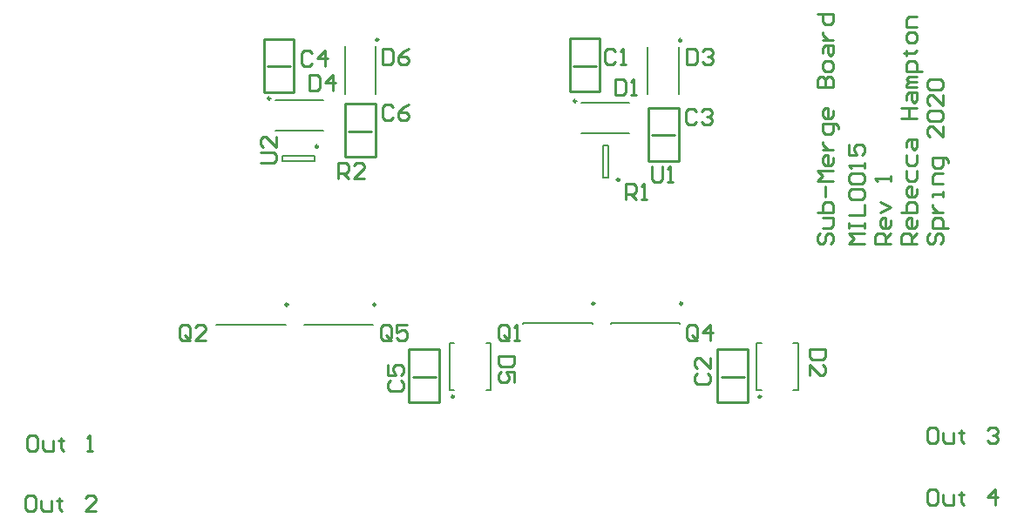
<source format=gto>
G04*
G04 #@! TF.GenerationSoftware,Altium Limited,Altium Designer,21.6.4 (81)*
G04*
G04 Layer_Color=65535*
%FSLAX25Y25*%
%MOIN*%
G70*
G04*
G04 #@! TF.SameCoordinates,725644BE-5CAA-454B-8F19-4296BE5BC7E9*
G04*
G04*
G04 #@! TF.FilePolarity,Positive*
G04*
G01*
G75*
%ADD10C,0.00984*%
%ADD11C,0.00787*%
%ADD12C,0.01000*%
D10*
X142834Y-137455D02*
G03*
X142834Y-137455I-492J0D01*
G01*
X260148Y-137000D02*
G03*
X260148Y-137000I-492J0D01*
G01*
X120839Y-76900D02*
G03*
X120839Y-76900I-492J0D01*
G01*
X236096Y-89687D02*
G03*
X236096Y-89687I-492J0D01*
G01*
X226632Y-137000D02*
G03*
X226632Y-137000I-492J0D01*
G01*
X172799Y-172658D02*
G03*
X172799Y-172658I-492J0D01*
G01*
X102604Y-58504D02*
G03*
X102604Y-58504I-492J0D01*
G01*
X219604Y-59504D02*
G03*
X219604Y-59504I-492J0D01*
G01*
X290299Y-172691D02*
G03*
X290299Y-172691I-492J0D01*
G01*
X259866Y-36240D02*
G03*
X259866Y-36240I-492J0D01*
G01*
X143940Y-35980D02*
G03*
X143940Y-35980I-492J0D01*
G01*
X109318Y-137400D02*
G03*
X109318Y-137400I-492J0D01*
G01*
D11*
X115511Y-145132D02*
Y-145034D01*
X141889D01*
Y-145132D02*
Y-145034D01*
X232825Y-144677D02*
Y-144579D01*
X259203D01*
Y-144677D02*
Y-144579D01*
X119362Y-82510D02*
Y-80542D01*
X107158Y-82510D02*
Y-80542D01*
X119362D01*
X107158Y-82510D02*
X119362D01*
X229994Y-88702D02*
Y-76498D01*
X231962Y-88702D02*
Y-76498D01*
X229994D02*
X231962D01*
X229994Y-88702D02*
X231962D01*
X199309Y-144677D02*
Y-144579D01*
X225687D01*
Y-144677D02*
Y-144579D01*
X185102Y-151989D02*
X186874D01*
X185102Y-170099D02*
X186874D01*
X171126Y-151989D02*
X172898D01*
X171126Y-170099D02*
X172898D01*
X186874D02*
Y-151989D01*
X171126Y-170099D02*
Y-151989D01*
X104671Y-70906D02*
X122781D01*
X104671Y-59095D02*
X122781D01*
X221671Y-71905D02*
X239781D01*
X221671Y-60094D02*
X239781D01*
X302602Y-152022D02*
X304374D01*
X302602Y-170132D02*
X304374D01*
X288626Y-152022D02*
X290398D01*
X288626Y-170132D02*
X290398D01*
X304374D02*
Y-152022D01*
X288626Y-170132D02*
Y-152022D01*
X246972Y-56909D02*
Y-38799D01*
X258784Y-56909D02*
Y-38799D01*
X142858Y-56649D02*
Y-38539D01*
X131046Y-56649D02*
Y-38539D01*
X108373Y-145077D02*
Y-144979D01*
X81995D02*
X108373D01*
X81995Y-145077D02*
Y-144979D01*
D12*
X142779Y-80898D02*
Y-60543D01*
X131125Y-80898D02*
X142779D01*
X131125D02*
Y-60543D01*
X142779D01*
X132503Y-71055D02*
X141322D01*
X167327Y-174839D02*
Y-154485D01*
X155673Y-174839D02*
X167327D01*
X155673D02*
Y-154485D01*
X167327D01*
X157051Y-164997D02*
X165870D01*
X248429Y-72555D02*
X257248D01*
X247051Y-62043D02*
X258705D01*
X247051Y-82398D02*
Y-62043D01*
Y-82398D02*
X258705D01*
Y-62043D01*
X228679Y-55898D02*
Y-35543D01*
X217025Y-55898D02*
X228679D01*
X217025D02*
Y-35543D01*
X228679D01*
X218403Y-46055D02*
X227222D01*
X285327Y-174839D02*
Y-154485D01*
X273673Y-174839D02*
X285327D01*
X273673D02*
Y-154485D01*
X285327D01*
X275051Y-164997D02*
X283870D01*
X101403Y-46175D02*
X110222D01*
X100025Y-35663D02*
X111679D01*
X100025Y-56017D02*
Y-35663D01*
Y-56017D02*
X111679D01*
Y-35663D01*
X330000Y-114000D02*
X324002D01*
X326001Y-112001D01*
X324002Y-110001D01*
X330000D01*
X324002Y-108002D02*
Y-106003D01*
Y-107002D01*
X330000D01*
Y-108002D01*
Y-106003D01*
X324002Y-103004D02*
X330000D01*
Y-99005D01*
X325002Y-97005D02*
X324002Y-96006D01*
Y-94007D01*
X325002Y-93007D01*
X329000D01*
X330000Y-94007D01*
Y-96006D01*
X329000Y-97005D01*
X325002D01*
Y-91007D02*
X324002Y-90008D01*
Y-88008D01*
X325002Y-87009D01*
X329000D01*
X330000Y-88008D01*
Y-90008D01*
X329000Y-91007D01*
X325002D01*
X330000Y-85009D02*
Y-83010D01*
Y-84010D01*
X324002D01*
X325002Y-85009D01*
X324002Y-76012D02*
Y-80011D01*
X327001D01*
X326001Y-78012D01*
Y-77012D01*
X327001Y-76012D01*
X329000D01*
X330000Y-77012D01*
Y-79011D01*
X329000Y-80011D01*
X355002Y-110001D02*
X354002Y-111001D01*
Y-113000D01*
X355002Y-114000D01*
X356001D01*
X357001Y-113000D01*
Y-111001D01*
X358001Y-110001D01*
X359000D01*
X360000Y-111001D01*
Y-113000D01*
X359000Y-114000D01*
X361999Y-108002D02*
X356001D01*
Y-105003D01*
X357001Y-104003D01*
X359000D01*
X360000Y-105003D01*
Y-108002D01*
X356001Y-102004D02*
X360000D01*
X358001D01*
X357001Y-101004D01*
X356001Y-100004D01*
Y-99005D01*
X360000Y-96006D02*
Y-94007D01*
Y-95006D01*
X356001D01*
Y-96006D01*
X360000Y-91007D02*
X356001D01*
Y-88008D01*
X357001Y-87009D01*
X360000D01*
X361999Y-83010D02*
Y-82010D01*
X361000Y-81011D01*
X356001D01*
Y-84010D01*
X357001Y-85009D01*
X359000D01*
X360000Y-84010D01*
Y-81011D01*
Y-69015D02*
Y-73013D01*
X356001Y-69015D01*
X355002D01*
X354002Y-70014D01*
Y-72014D01*
X355002Y-73013D01*
Y-67015D02*
X354002Y-66015D01*
Y-64016D01*
X355002Y-63016D01*
X359000D01*
X360000Y-64016D01*
Y-66015D01*
X359000Y-67015D01*
X355002D01*
X360000Y-57018D02*
Y-61017D01*
X356001Y-57018D01*
X355002D01*
X354002Y-58018D01*
Y-60018D01*
X355002Y-61017D01*
Y-55019D02*
X354002Y-54019D01*
Y-52020D01*
X355002Y-51020D01*
X359000D01*
X360000Y-52020D01*
Y-54019D01*
X359000Y-55019D01*
X355002D01*
X356999Y-208002D02*
X355000D01*
X354000Y-209002D01*
Y-213000D01*
X355000Y-214000D01*
X356999D01*
X357999Y-213000D01*
Y-209002D01*
X356999Y-208002D01*
X359998Y-210001D02*
Y-213000D01*
X360998Y-214000D01*
X363997D01*
Y-210001D01*
X366996Y-209002D02*
Y-210001D01*
X365996D01*
X367996D01*
X366996D01*
Y-213000D01*
X367996Y-214000D01*
X379992D02*
Y-208002D01*
X376993Y-211001D01*
X380991D01*
X356999Y-184502D02*
X355000D01*
X354000Y-185502D01*
Y-189500D01*
X355000Y-190500D01*
X356999D01*
X357999Y-189500D01*
Y-185502D01*
X356999Y-184502D01*
X359998Y-186501D02*
Y-189500D01*
X360998Y-190500D01*
X363997D01*
Y-186501D01*
X366996Y-185502D02*
Y-186501D01*
X365996D01*
X367996D01*
X366996D01*
Y-189500D01*
X367996Y-190500D01*
X376993Y-185502D02*
X377992Y-184502D01*
X379992D01*
X380991Y-185502D01*
Y-186501D01*
X379992Y-187501D01*
X378992D01*
X379992D01*
X380991Y-188501D01*
Y-189500D01*
X379992Y-190500D01*
X377992D01*
X376993Y-189500D01*
X350000Y-114000D02*
X344002D01*
Y-111001D01*
X345002Y-110001D01*
X347001D01*
X348001Y-111001D01*
Y-114000D01*
Y-112001D02*
X350000Y-110001D01*
Y-105003D02*
Y-107002D01*
X349000Y-108002D01*
X347001D01*
X346001Y-107002D01*
Y-105003D01*
X347001Y-104003D01*
X348001D01*
Y-108002D01*
X344002Y-102004D02*
X350000D01*
Y-99005D01*
X349000Y-98005D01*
X348001D01*
X347001D01*
X346001Y-99005D01*
Y-102004D01*
X350000Y-93007D02*
Y-95006D01*
X349000Y-96006D01*
X347001D01*
X346001Y-95006D01*
Y-93007D01*
X347001Y-92007D01*
X348001D01*
Y-96006D01*
X346001Y-86009D02*
Y-89008D01*
X347001Y-90008D01*
X349000D01*
X350000Y-89008D01*
Y-86009D01*
X346001Y-80011D02*
Y-83010D01*
X347001Y-84010D01*
X349000D01*
X350000Y-83010D01*
Y-80011D01*
X346001Y-77012D02*
Y-75013D01*
X347001Y-74013D01*
X350000D01*
Y-77012D01*
X349000Y-78012D01*
X348001Y-77012D01*
Y-74013D01*
X344002Y-66015D02*
X350000D01*
X347001D01*
Y-62017D01*
X344002D01*
X350000D01*
X346001Y-59018D02*
Y-57018D01*
X347001Y-56019D01*
X350000D01*
Y-59018D01*
X349000Y-60018D01*
X348001Y-59018D01*
Y-56019D01*
X350000Y-54019D02*
X346001D01*
Y-53020D01*
X347001Y-52020D01*
X350000D01*
X347001D01*
X346001Y-51020D01*
X347001Y-50021D01*
X350000D01*
X351999Y-48021D02*
X346001D01*
Y-45022D01*
X347001Y-44023D01*
X349000D01*
X350000Y-45022D01*
Y-48021D01*
X345002Y-41024D02*
X346001D01*
Y-42023D01*
Y-40024D01*
Y-41024D01*
X349000D01*
X350000Y-40024D01*
Y-36025D02*
Y-34026D01*
X349000Y-33026D01*
X347001D01*
X346001Y-34026D01*
Y-36025D01*
X347001Y-37025D01*
X349000D01*
X350000Y-36025D01*
Y-31027D02*
X346001D01*
Y-28028D01*
X347001Y-27028D01*
X350000D01*
X340000Y-114000D02*
X334002D01*
Y-111001D01*
X335002Y-110001D01*
X337001D01*
X338001Y-111001D01*
Y-114000D01*
Y-112001D02*
X340000Y-110001D01*
Y-105003D02*
Y-107002D01*
X339000Y-108002D01*
X337001D01*
X336001Y-107002D01*
Y-105003D01*
X337001Y-104003D01*
X338001D01*
Y-108002D01*
X336001Y-102004D02*
X340000Y-100004D01*
X336001Y-98005D01*
X340000Y-90008D02*
Y-88008D01*
Y-89008D01*
X334002D01*
X335002Y-90008D01*
X313002Y-110001D02*
X312002Y-111001D01*
Y-113000D01*
X313002Y-114000D01*
X314001D01*
X315001Y-113000D01*
Y-111001D01*
X316001Y-110001D01*
X317000D01*
X318000Y-111001D01*
Y-113000D01*
X317000Y-114000D01*
X314001Y-108002D02*
X317000D01*
X318000Y-107002D01*
Y-104003D01*
X314001D01*
X312002Y-102004D02*
X318000D01*
Y-99005D01*
X317000Y-98005D01*
X316001D01*
X315001D01*
X314001Y-99005D01*
Y-102004D01*
X315001Y-96006D02*
Y-92007D01*
X318000Y-90008D02*
X312002D01*
X314001Y-88008D01*
X312002Y-86009D01*
X318000D01*
Y-81011D02*
Y-83010D01*
X317000Y-84010D01*
X315001D01*
X314001Y-83010D01*
Y-81011D01*
X315001Y-80011D01*
X316001D01*
Y-84010D01*
X314001Y-78012D02*
X318000D01*
X316001D01*
X315001Y-77012D01*
X314001Y-76012D01*
Y-75013D01*
X319999Y-70014D02*
Y-69015D01*
X319000Y-68015D01*
X314001D01*
Y-71014D01*
X315001Y-72014D01*
X317000D01*
X318000Y-71014D01*
Y-68015D01*
Y-63016D02*
Y-65016D01*
X317000Y-66015D01*
X315001D01*
X314001Y-65016D01*
Y-63016D01*
X315001Y-62017D01*
X316001D01*
Y-66015D01*
X312002Y-54019D02*
X318000D01*
Y-51020D01*
X317000Y-50021D01*
X316001D01*
X315001Y-51020D01*
Y-54019D01*
Y-51020D01*
X314001Y-50021D01*
X313002D01*
X312002Y-51020D01*
Y-54019D01*
X318000Y-47022D02*
Y-45022D01*
X317000Y-44023D01*
X315001D01*
X314001Y-45022D01*
Y-47022D01*
X315001Y-48021D01*
X317000D01*
X318000Y-47022D01*
X314001Y-41024D02*
Y-39024D01*
X315001Y-38025D01*
X318000D01*
Y-41024D01*
X317000Y-42023D01*
X316001Y-41024D01*
Y-38025D01*
X314001Y-36025D02*
X318000D01*
X316001D01*
X315001Y-35026D01*
X314001Y-34026D01*
Y-33026D01*
X312002Y-26028D02*
X318000D01*
Y-29028D01*
X317000Y-30027D01*
X315001D01*
X314001Y-29028D01*
Y-26028D01*
X12007Y-210502D02*
X10008D01*
X9008Y-211502D01*
Y-215500D01*
X10008Y-216500D01*
X12007D01*
X13007Y-215500D01*
Y-211502D01*
X12007Y-210502D01*
X15006Y-212501D02*
Y-215500D01*
X16006Y-216500D01*
X19005D01*
Y-212501D01*
X22004Y-211502D02*
Y-212501D01*
X21004D01*
X23004D01*
X22004D01*
Y-215500D01*
X23004Y-216500D01*
X36000D02*
X32001D01*
X36000Y-212501D01*
Y-211502D01*
X35000Y-210502D01*
X33000D01*
X32001Y-211502D01*
X12507Y-187502D02*
X10508D01*
X9508Y-188502D01*
Y-192500D01*
X10508Y-193500D01*
X12507D01*
X13507Y-192500D01*
Y-188502D01*
X12507Y-187502D01*
X15506Y-189501D02*
Y-192500D01*
X16506Y-193500D01*
X19505D01*
Y-189501D01*
X22504Y-188502D02*
Y-189501D01*
X21504D01*
X23504D01*
X22504D01*
Y-192500D01*
X23504Y-193500D01*
X32501D02*
X34500D01*
X33500D01*
Y-187502D01*
X32501Y-188502D01*
X148999Y-150000D02*
Y-146002D01*
X147999Y-145002D01*
X146000D01*
X145000Y-146002D01*
Y-150000D01*
X146000Y-151000D01*
X147999D01*
X146999Y-149001D02*
X148999Y-151000D01*
X147999D02*
X148999Y-150000D01*
X154997Y-145002D02*
X150998D01*
Y-148001D01*
X152997Y-147001D01*
X153997D01*
X154997Y-148001D01*
Y-150000D01*
X153997Y-151000D01*
X151998D01*
X150998Y-150000D01*
X265999D02*
Y-146002D01*
X264999Y-145002D01*
X263000D01*
X262000Y-146002D01*
Y-150000D01*
X263000Y-151000D01*
X264999D01*
X263999Y-149001D02*
X265999Y-151000D01*
X264999D02*
X265999Y-150000D01*
X270997Y-151000D02*
Y-145002D01*
X267998Y-148001D01*
X271997D01*
X99002Y-83000D02*
X104000D01*
X105000Y-82000D01*
Y-80001D01*
X104000Y-79001D01*
X99002D01*
X105000Y-73003D02*
Y-77002D01*
X101001Y-73003D01*
X100002D01*
X99002Y-74003D01*
Y-76002D01*
X100002Y-77002D01*
X248500Y-84502D02*
Y-89500D01*
X249500Y-90500D01*
X251499D01*
X252499Y-89500D01*
Y-84502D01*
X254498Y-90500D02*
X256497D01*
X255498D01*
Y-84502D01*
X254498Y-85502D01*
X128400Y-89200D02*
Y-83202D01*
X131399D01*
X132399Y-84202D01*
Y-86201D01*
X131399Y-87201D01*
X128400D01*
X130399D02*
X132399Y-89200D01*
X138397D02*
X134398D01*
X138397Y-85201D01*
Y-84202D01*
X137397Y-83202D01*
X135398D01*
X134398Y-84202D01*
X238598Y-97000D02*
Y-91002D01*
X241598D01*
X242597Y-92002D01*
Y-94001D01*
X241598Y-95001D01*
X238598D01*
X240598D02*
X242597Y-97000D01*
X244597D02*
X246596D01*
X245596D01*
Y-91002D01*
X244597Y-92002D01*
X193999Y-150000D02*
Y-146002D01*
X192999Y-145002D01*
X191000D01*
X190000Y-146002D01*
Y-150000D01*
X191000Y-151000D01*
X192999D01*
X191999Y-149001D02*
X193999Y-151000D01*
X192999D02*
X193999Y-150000D01*
X195998Y-151000D02*
X197997D01*
X196998D01*
Y-145002D01*
X195998Y-146002D01*
Y-157000D02*
X190000D01*
Y-159999D01*
X191000Y-160999D01*
X194998D01*
X195998Y-159999D01*
Y-157000D01*
Y-166997D02*
Y-162998D01*
X192999D01*
X193999Y-164997D01*
Y-165997D01*
X192999Y-166997D01*
X191000D01*
X190000Y-165997D01*
Y-163998D01*
X191000Y-162998D01*
X117526Y-49522D02*
Y-55520D01*
X120525D01*
X121525Y-54520D01*
Y-50521D01*
X120525Y-49522D01*
X117526D01*
X126523Y-55520D02*
Y-49522D01*
X123524Y-52521D01*
X127523D01*
X234378Y-51002D02*
Y-57000D01*
X237377D01*
X238377Y-56000D01*
Y-52002D01*
X237377Y-51002D01*
X234378D01*
X240376Y-57000D02*
X242375D01*
X241376D01*
Y-51002D01*
X240376Y-52002D01*
X149625Y-61778D02*
X148625Y-60778D01*
X146626D01*
X145626Y-61778D01*
Y-65777D01*
X146626Y-66776D01*
X148625D01*
X149625Y-65777D01*
X155623Y-60778D02*
X153623Y-61778D01*
X151624Y-63777D01*
Y-65777D01*
X152624Y-66776D01*
X154623D01*
X155623Y-65777D01*
Y-64777D01*
X154623Y-63777D01*
X151624D01*
X148502Y-166443D02*
X147502Y-167443D01*
Y-169442D01*
X148502Y-170442D01*
X152500D01*
X153500Y-169442D01*
Y-167443D01*
X152500Y-166443D01*
X147502Y-160445D02*
Y-164444D01*
X150501D01*
X149501Y-162444D01*
Y-161445D01*
X150501Y-160445D01*
X152500D01*
X153500Y-161445D01*
Y-163444D01*
X152500Y-164444D01*
X265499Y-63482D02*
X264499Y-62482D01*
X262500D01*
X261500Y-63482D01*
Y-67481D01*
X262500Y-68480D01*
X264499D01*
X265499Y-67481D01*
X267498Y-63482D02*
X268498Y-62482D01*
X270497D01*
X271497Y-63482D01*
Y-64482D01*
X270497Y-65481D01*
X269497D01*
X270497D01*
X271497Y-66481D01*
Y-67481D01*
X270497Y-68480D01*
X268498D01*
X267498Y-67481D01*
X71999Y-150000D02*
Y-146002D01*
X70999Y-145002D01*
X69000D01*
X68000Y-146002D01*
Y-150000D01*
X69000Y-151000D01*
X70999D01*
X69999Y-149001D02*
X71999Y-151000D01*
X70999D02*
X71999Y-150000D01*
X77997Y-151000D02*
X73998D01*
X77997Y-147001D01*
Y-146002D01*
X76997Y-145002D01*
X74998D01*
X73998Y-146002D01*
X145500Y-39502D02*
Y-45500D01*
X148499D01*
X149499Y-44500D01*
Y-40502D01*
X148499Y-39502D01*
X145500D01*
X155497D02*
X153497Y-40502D01*
X151498Y-42501D01*
Y-44500D01*
X152498Y-45500D01*
X154497D01*
X155497Y-44500D01*
Y-43501D01*
X154497Y-42501D01*
X151498D01*
X262000Y-39502D02*
Y-45500D01*
X264999D01*
X265999Y-44500D01*
Y-40502D01*
X264999Y-39502D01*
X262000D01*
X267998Y-40502D02*
X268998Y-39502D01*
X270997D01*
X271997Y-40502D01*
Y-41501D01*
X270997Y-42501D01*
X269997D01*
X270997D01*
X271997Y-43501D01*
Y-44500D01*
X270997Y-45500D01*
X268998D01*
X267998Y-44500D01*
X314998Y-154577D02*
X309000D01*
Y-157576D01*
X310000Y-158576D01*
X313998D01*
X314998Y-157576D01*
Y-154577D01*
X309000Y-164574D02*
Y-160575D01*
X312999Y-164574D01*
X313998D01*
X314998Y-163574D01*
Y-161575D01*
X313998Y-160575D01*
X118499Y-41002D02*
X117499Y-40002D01*
X115500D01*
X114500Y-41002D01*
Y-45000D01*
X115500Y-46000D01*
X117499D01*
X118499Y-45000D01*
X123497Y-46000D02*
Y-40002D01*
X120498Y-43001D01*
X124497D01*
X266002Y-163923D02*
X265002Y-164923D01*
Y-166922D01*
X266002Y-167922D01*
X270000D01*
X271000Y-166922D01*
Y-164923D01*
X270000Y-163923D01*
X271000Y-157925D02*
Y-161924D01*
X267001Y-157925D01*
X266002D01*
X265002Y-158925D01*
Y-160924D01*
X266002Y-161924D01*
X234499Y-40502D02*
X233499Y-39502D01*
X231500D01*
X230500Y-40502D01*
Y-44500D01*
X231500Y-45500D01*
X233499D01*
X234499Y-44500D01*
X236498Y-45500D02*
X238497D01*
X237498D01*
Y-39502D01*
X236498Y-40502D01*
M02*

</source>
